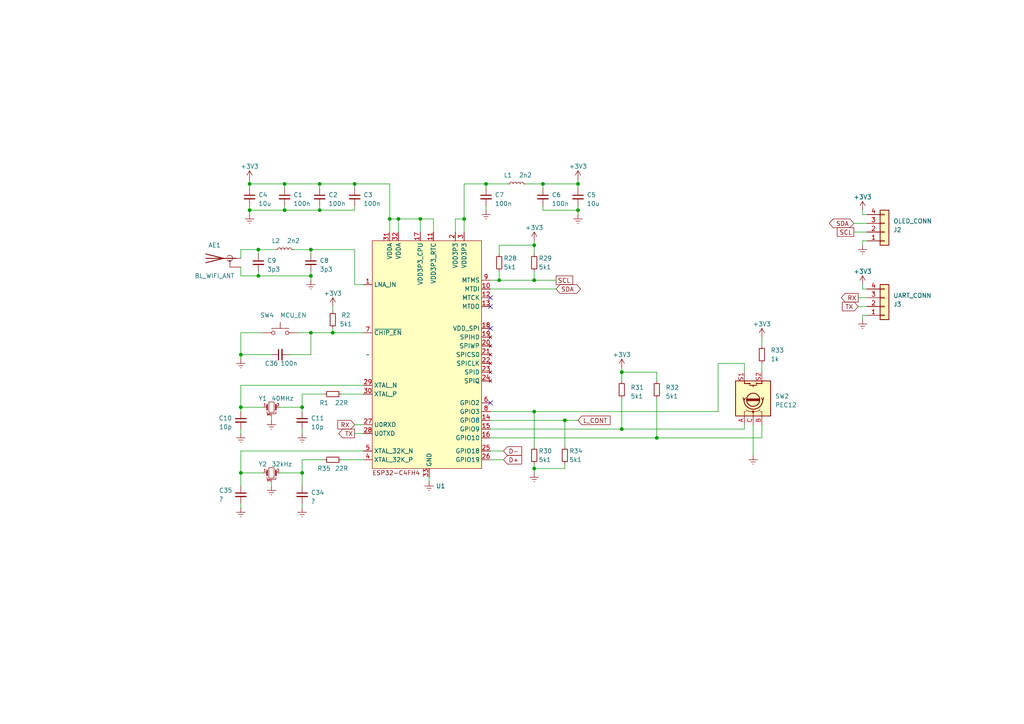
<source format=kicad_sch>
(kicad_sch (version 20230121) (generator eeschema)
  (paper "A4")
  (title_block (title "Aitken - MCU") (date "2023-10-29") (rev "0.1") (company "b1u3-22"))
  (lib_symbols
    (symbol "Connector_Generic:Conn_01x04" (pin_names (offset 1.016) hide)
      (property "Reference" "J" (at 0 5.08 0))
      (property "Value" "Conn_01x04" (at 0 -7.62 0))
      (symbol "Conn_01x04_1_1"
        (rectangle (start -1.27 -4.953) (end 0 -5.207) (stroke (width 0.1524)))
        (rectangle (start -1.27 -2.413) (end 0 -2.667) (stroke (width 0.1524)))
        (rectangle (start -1.27 0.127) (end 0 -0.127) (stroke (width 0.1524)))
        (rectangle (start -1.27 2.667) (end 0 2.413) (stroke (width 0.1524)))
        (rectangle (start -1.27 3.81) (end 1.27 -6.35) (stroke (width 0.254)) (fill (type background)))
        (pin passive line (at -5.08 2.54 0) (length 3.81) (name "Pin_1") (number "1"))
        (pin passive line (at -5.08 0 0) (length 3.81) (name "Pin_2") (number "2"))
        (pin passive line (at -5.08 -2.54 0) (length 3.81) (name "Pin_3") (number "3"))
        (pin passive line (at -5.08 -5.08 0) (length 3.81) (name "Pin_4") (number "4"))
      )
    )
    (symbol "Device:Antenna_Shield" (pin_numbers hide) (pin_names (offset 1.016) hide)
      (property "Reference" "AE" (at -1.905 4.445 0))
      (property "Value" "Antenna_Shield" (at -1.905 2.54 0))
      (symbol "Antenna_Shield_0_1"
        (arc (start -0.508 -1.143) (mid -0.8429 -2.1194) (end 0 -2.667))
        (arc (start 0 -2.667) (mid 0.7989 -2.1052) (end 0.508 -1.143))
        (polyline (pts (xy 0 -2.54) (xy 0 0)))
        (polyline (pts (xy 0 5.08) (xy 0 -3.81)) (stroke (width 0.254)))
        (polyline (pts (xy 0.762 -1.905) (xy 2.54 -1.905)))
        (polyline (pts (xy 2.54 -2.54) (xy 2.54 -1.905)))
        (polyline (pts (xy 1.27 5.08) (xy 0 0) (xy -1.27 5.08)) (stroke (width 0.254)))
        (circle (center 0.762 -1.905) (radius 0.1778) (fill (type outline)))
      )
      (symbol "Antenna_Shield_1_1"
        (pin input line (at 0 -5.08 90) (length 2.54) (name "A") (number "1"))
        (pin input line (at 2.54 -5.08 90) (length 2.54) (name "Shield") (number "2"))
      )
    )
    (symbol "Device:C_Small" (pin_numbers hide) (pin_names (offset 0.254) hide)
      (property "Reference" "C" (at 0.254 1.778 0))
      (property "Value" "C_Small" (at 0.254 -2.032 0))
      (symbol "C_Small_0_1"
        (polyline (pts (xy -1.524 -0.508) (xy 1.524 -0.508)) (stroke (width 0.3302)))
        (polyline (pts (xy -1.524 0.508) (xy 1.524 0.508)) (stroke (width 0.3048)))
      )
      (symbol "C_Small_1_1"
        (pin passive line (at 0 2.54 270) (length 2.032) (name "~") (number "1"))
        (pin passive line (at 0 -2.54 90) (length 2.032) (name "~") (number "2"))
      )
    )
    (symbol "Device:Crystal_GND3_Small" (pin_names (offset 1.016) hide)
      (property "Reference" "Y" (at 0 5.08 0))
      (property "Value" "Crystal_GND3_Small" (at 0 3.175 0))
      (symbol "Crystal_GND3_Small_0_1"
        (rectangle (start -0.762 -1.524) (end 0.762 1.524))
        (polyline (pts (xy -1.27 -0.762) (xy -1.27 0.762)) (stroke (width 0.381)))
        (polyline (pts (xy 1.27 -0.762) (xy 1.27 0.762)) (stroke (width 0.381)))
        (polyline (pts (xy -1.27 -1.27) (xy -1.27 -1.905) (xy 1.27 -1.905) (xy 1.27 -1.27)))
      )
      (symbol "Crystal_GND3_Small_1_1"
        (pin passive line (at -2.54 0 0) (length 1.27) (name "1") (number "1"))
        (pin passive line (at 2.54 0 180) (length 1.27) (name "2") (number "2"))
        (pin passive line (at 0 -2.54 90) (length 0.635) (name "3") (number "3"))
      )
    )
    (symbol "Device:L_Small" (pin_numbers hide) (pin_names (offset 0.254) hide)
      (property "Reference" "L" (at 0.762 1.016 0))
      (property "Value" "L_Small" (at 0.762 -1.016 0))
      (symbol "L_Small_0_1"
        (arc (start 0 -2.032) (mid 0.5058 -1.524) (end 0 -1.016))
        (arc (start 0 -1.016) (mid 0.5058 -0.508) (end 0 0))
        (arc (start 0 0) (mid 0.5058 0.508) (end 0 1.016))
        (arc (start 0 1.016) (mid 0.5058 1.524) (end 0 2.032))
      )
      (symbol "L_Small_1_1"
        (pin passive line (at 0 2.54 270) (length 0.508) (name "~") (number "1"))
        (pin passive line (at 0 -2.54 90) (length 0.508) (name "~") (number "2"))
      )
    )
    (symbol "Device:R_Small" (pin_numbers hide) (pin_names (offset 0.254) hide)
      (property "Reference" "R" (at 0.762 0.508 0))
      (property "Value" "R_Small" (at 0.762 -1.016 0))
      (symbol "R_Small_0_1"
        (rectangle (start -0.762 1.778) (end 0.762 -1.778) (stroke (width 0.2032)))
      )
      (symbol "R_Small_1_1"
        (pin passive line (at 0 2.54 270) (length 0.762) (name "~") (number "1"))
        (pin passive line (at 0 -2.54 90) (length 0.762) (name "~") (number "2"))
      )
    )
    (symbol "Device:RotaryEncoder_Switch" (pin_names (offset 0.254) hide)
      (property "Reference" "SW" (at 0 6.604 0))
      (property "Value" "RotaryEncoder_Switch" (at 0 -6.604 0))
      (symbol "RotaryEncoder_Switch_0_1"
        (rectangle (start -5.08 5.08) (end 5.08 -5.08) (stroke (width 0.254)) (fill (type background)))
        (circle (center -3.81 0) (radius 0.254) (fill (type outline)))
        (circle (center -0.381 0) (radius 1.905) (stroke (width 0.254)))
        (arc (start -0.381 2.667) (mid -3.0988 -0.0635) (end -0.381 -2.794) (stroke (width 0.254)))
        (polyline (pts (xy -0.635 -1.778) (xy -0.635 1.778)) (stroke (width 0.254)))
        (polyline (pts (xy -0.381 -1.778) (xy -0.381 1.778)) (stroke (width 0.254)))
        (polyline (pts (xy -0.127 1.778) (xy -0.127 -1.778)) (stroke (width 0.254)))
        (polyline (pts (xy 3.81 0) (xy 3.429 0)) (stroke (width 0.254)))
        (polyline (pts (xy 3.81 1.016) (xy 3.81 -1.016)) (stroke (width 0.254)))
        (polyline (pts (xy -5.08 -2.54) (xy -3.81 -2.54) (xy -3.81 -2.032)))
        (polyline (pts (xy -5.08 2.54) (xy -3.81 2.54) (xy -3.81 2.032)))
        (polyline (pts (xy 0.254 -3.048) (xy -0.508 -2.794) (xy 0.127 -2.413)) (stroke (width 0.254)))
        (polyline (pts (xy 0.254 2.921) (xy -0.508 2.667) (xy 0.127 2.286)) (stroke (width 0.254)))
        (polyline (pts (xy 5.08 -2.54) (xy 4.318 -2.54) (xy 4.318 -1.016)) (stroke (width 0.254)))
        (polyline (pts (xy 5.08 2.54) (xy 4.318 2.54) (xy 4.318 1.016)) (stroke (width 0.254)))
        (polyline (pts (xy -5.08 0) (xy -3.81 0) (xy -3.81 -1.016) (xy -3.302 -2.032)))
        (polyline (pts (xy -4.318 0) (xy -3.81 0) (xy -3.81 1.016) (xy -3.302 2.032)))
        (circle (center 4.318 -1.016) (radius 0.127) (stroke (width 0.254)))
        (circle (center 4.318 1.016) (radius 0.127) (stroke (width 0.254)))
      )
      (symbol "RotaryEncoder_Switch_1_1"
        (pin passive line (at -7.62 2.54 0) (length 2.54) (name "A") (number "A"))
        (pin passive line (at -7.62 -2.54 0) (length 2.54) (name "B") (number "B"))
        (pin passive line (at -7.62 0 0) (length 2.54) (name "C") (number "C"))
        (pin passive line (at 7.62 2.54 180) (length 2.54) (name "S1") (number "S1"))
        (pin passive line (at 7.62 -2.54 180) (length 2.54) (name "S2") (number "S2"))
      )
    )
    (symbol "MCU_ESP:ESP32-C3FH4"
      (property "Reference" "U" (at 30.48 -27.94 0))
      (symbol "ESP32-C3FH4_1_1"
        (rectangle (start -1.27 39.37) (end 30.48 -26.67) (fill (type background)))
        (text "ESP32-C4FH4" (at -1.27 -27.94 0) (effects (font (size 1.27 1.27)) (justify left)))
        (pin passive line (at -3.81 26.67 0) (length 2.54) (name "LNA_IN") (number "1"))
        (pin bidirectional line (at 33.02 25.4 180) (length 2.54) (name "MTDI") (number "10"))
        (pin power_in line (at 16.51 41.91 270) (length 2.54) (name "VDD3P3_RTC") (number "11"))
        (pin bidirectional line (at 33.02 22.86 180) (length 2.54) (name "MTCK") (number "12"))
        (pin bidirectional line (at 33.02 20.32 180) (length 2.54) (name "MTDO") (number "13"))
        (pin bidirectional line (at 33.02 -12.7 180) (length 2.54) (name "GPIO8") (number "14"))
        (pin bidirectional line (at 33.02 -15.24 180) (length 2.54) (name "GPIO9") (number "15"))
        (pin bidirectional line (at 33.02 -17.78 180) (length 2.54) (name "GPIO10") (number "16"))
        (pin power_in line (at 12.7 41.91 270) (length 2.54) (name "VDD3P3_CPU") (number "17"))
        (pin input line (at 33.02 13.97 180) (length 2.54) (name "VDD_SPI") (number "18"))
        (pin no_connect line (at 33.02 11.43 180) (length 2.54) (name "SPIHD") (number "19"))
        (pin power_in line (at 22.86 41.91 270) (length 2.54) (name "VDD3P3") (number "2"))
        (pin no_connect line (at 33.02 8.89 180) (length 2.54) (name "SPIWP") (number "20"))
        (pin no_connect line (at 33.02 6.35 180) (length 2.54) (name "SPICS0") (number "21"))
        (pin no_connect line (at 33.02 3.81 180) (length 2.54) (name "SPICLK") (number "22"))
        (pin no_connect line (at 33.02 1.27 180) (length 2.54) (name "SPID") (number "23"))
        (pin no_connect line (at 33.02 -1.27 180) (length 2.54) (name "SPIQ") (number "24"))
        (pin bidirectional line (at 33.02 -21.59 180) (length 2.54) (name "GPIO18") (number "25"))
        (pin bidirectional line (at 33.02 -24.13 180) (length 2.54) (name "GPIO19") (number "26"))
        (pin bidirectional line (at -3.81 -13.97 0) (length 2.54) (name "U0RXD") (number "27"))
        (pin bidirectional line (at -3.81 -16.51 0) (length 2.54) (name "U0TXD") (number "28"))
        (pin passive line (at -3.81 -2.54 0) (length 2.54) (name "XTAL_N") (number "29"))
        (pin power_in line (at 25.4 41.91 270) (length 2.54) (name "VDD3P3") (number "3"))
        (pin passive line (at -3.81 -5.08 0) (length 2.54) (name "XTAL_P") (number "30"))
        (pin power_in line (at 3.81 41.91 270) (length 2.54) (name "VDDA") (number "31"))
        (pin power_in line (at 6.35 41.91 270) (length 2.54) (name "VDDA") (number "32"))
        (pin passive line (at 15.24 -29.21 90) (length 2.54) (name "GND") (number "33"))
        (pin input line (at -3.81 -24.13 0) (length 2.54) (name "XTAL_32K_P") (number "4"))
        (pin input line (at -3.81 -21.59 0) (length 2.54) (name "XTAL_32K_N") (number "5"))
        (pin bidirectional line (at 33.02 -7.62 180) (length 2.54) (name "GPIO2") (number "6"))
        (pin input line (at -3.81 12.7 0) (length 2.54) (name "~{CHIP_EN}") (number "7"))
        (pin bidirectional line (at 33.02 -10.16 180) (length 2.54) (name "GPIO3") (number "8"))
        (pin bidirectional line (at 33.02 27.94 180) (length 2.54) (name "MTMS") (number "9"))
      )
    )
    (symbol "Switch:SW_Push" (pin_numbers hide) (pin_names (offset 1.016) hide)
      (property "Reference" "SW" (at 1.27 2.54 0))
      (property "Value" "SW_Push" (at 0 -1.524 0))
      (symbol "SW_Push_0_1"
        (circle (center -2.032 0) (radius 0.508))
        (polyline (pts (xy 0 1.27) (xy 0 3.048)))
        (polyline (pts (xy 2.54 1.27) (xy -2.54 1.27)))
        (circle (center 2.032 0) (radius 0.508))
        (pin passive line (at -5.08 0 0) (length 2.54) (name "1") (number "1"))
        (pin passive line (at 5.08 0 180) (length 2.54) (name "2") (number "2"))
      )
    )
    (symbol "power:+3V3" (power) (pin_names (offset 0))
      (property "Value" "+3V3" (at 0 3.556 0))
      (symbol "+3V3_0_1"
        (polyline (pts (xy -0.762 1.27) (xy 0 2.54)))
        (polyline (pts (xy 0 0) (xy 0 2.54)))
        (polyline (pts (xy 0 2.54) (xy 0.762 1.27)))
      )
      (symbol "+3V3_1_1"
        (pin power_in line (at 0 0 90) (length 0) hide (name "+3V3") (number "1"))
      )
    )
    (symbol "power:Earth" (power) (pin_names (offset 0))
      (symbol "Earth_0_1"
        (polyline (pts (xy -0.635 -1.905) (xy 0.635 -1.905)))
        (polyline (pts (xy -0.127 -2.54) (xy 0.127 -2.54)))
        (polyline (pts (xy 0 -1.27) (xy 0 0)))
        (polyline (pts (xy 1.27 -1.27) (xy -1.27 -1.27)))
      )
      (symbol "Earth_1_1"
        (pin power_in line (at 0 0 270) (length 0) hide (name "Earth") (number "1"))
      )
    )
  )
  (junction (at 82.55 60.96))
  (junction (at 144.78 81.28))
  (junction (at 163.83 121.92))
  (junction (at 180.34 124.46))
  (junction (at 69.85 102.87))
  (junction (at 157.48 53.34))
  (junction (at 74.93 72.39))
  (junction (at 92.71 53.34))
  (junction (at 96.52 96.52))
  (junction (at 90.17 80.01))
  (junction (at 115.57 63.5))
  (junction (at 154.94 135.89))
  (junction (at 87.63 118.11))
  (junction (at 121.92 63.5))
  (junction (at 154.94 71.12))
  (junction (at 180.34 107.95))
  (junction (at 72.39 60.96))
  (junction (at 167.64 53.34))
  (junction (at 69.85 118.11))
  (junction (at 90.17 72.39))
  (junction (at 140.97 53.34))
  (junction (at 74.93 80.01))
  (junction (at 69.85 137.16))
  (junction (at 190.5 127))
  (junction (at 167.64 60.96))
  (junction (at 82.55 53.34))
  (junction (at 72.39 53.34))
  (junction (at 90.17 96.52))
  (junction (at 102.87 53.34))
  (junction (at 113.03 63.5))
  (junction (at 87.63 137.16))
  (junction (at 154.94 81.28))
  (junction (at 134.62 63.5))
  (junction (at 92.71 60.96))
  (junction (at 154.94 119.38))
  (no_connect (at 142.24 95.25))
  (no_connect (at 142.24 88.9))
  (no_connect (at 142.24 116.84))
  (no_connect (at 142.24 86.36))
  (wire (pts (xy 134.62 53.34) (xy 134.62 63.5)))
  (wire (pts (xy 82.55 60.96) (xy 92.71 60.96)))
  (wire (pts (xy 190.5 107.95) (xy 190.5 110.49)))
  (wire (pts (xy 96.52 95.25) (xy 96.52 96.52)))
  (wire (pts (xy 154.94 135.89) (xy 154.94 137.16)))
  (wire (pts (xy 81.28 118.11) (xy 87.63 118.11)))
  (wire (pts (xy 180.34 107.95) (xy 180.34 110.49)))
  (wire (pts (xy 69.85 118.11) (xy 69.85 119.38)))
  (wire (pts (xy 142.24 127) (xy 190.5 127)))
  (wire (pts (xy 80.01 72.39) (xy 74.93 72.39)))
  (wire (pts (xy 87.63 118.11) (xy 87.63 114.3)))
  (wire (pts (xy 250.19 91.44) (xy 251.46 91.44)))
  (wire (pts (xy 102.87 82.55) (xy 105.41 82.55)))
  (wire (pts (xy 115.57 63.5) (xy 121.92 63.5)))
  (wire (pts (xy 69.85 102.87) (xy 78.74 102.87)))
  (wire (pts (xy 87.63 146.05) (xy 87.63 147.32)))
  (wire (pts (xy 87.63 118.11) (xy 87.63 119.38)))
  (wire (pts (xy 251.46 83.82) (xy 250.19 83.82)))
  (wire (pts (xy 102.87 53.34) (xy 113.03 53.34)))
  (wire (pts (xy 69.85 96.52) (xy 69.85 102.87)))
  (wire (pts (xy 87.63 137.16) (xy 81.28 137.16)))
  (wire (pts (xy 180.34 107.95) (xy 190.5 107.95)))
  (wire (pts (xy 113.03 63.5) (xy 115.57 63.5)))
  (wire (pts (xy 113.03 63.5) (xy 113.03 67.31)))
  (wire (pts (xy 102.87 123.19) (xy 105.41 123.19)))
  (wire (pts (xy 140.97 60.96) (xy 140.97 59.69)))
  (wire (pts (xy 142.24 119.38) (xy 154.94 119.38)))
  (wire (pts (xy 74.93 80.01) (xy 90.17 80.01)))
  (wire (pts (xy 90.17 96.52) (xy 96.52 96.52)))
  (wire (pts (xy 142.24 83.82) (xy 161.29 83.82)))
  (wire (pts (xy 90.17 80.01) (xy 90.17 81.28)))
  (wire (pts (xy 121.92 63.5) (xy 125.73 63.5)))
  (wire (pts (xy 72.39 53.34) (xy 82.55 53.34)))
  (wire (pts (xy 157.48 53.34) (xy 157.48 54.61)))
  (wire (pts (xy 167.64 53.34) (xy 167.64 54.61)))
  (wire (pts (xy 154.94 134.62) (xy 154.94 135.89)))
  (wire (pts (xy 154.94 69.85) (xy 154.94 71.12)))
  (wire (pts (xy 247.65 64.77) (xy 251.46 64.77)))
  (wire (pts (xy 142.24 121.92) (xy 163.83 121.92)))
  (wire (pts (xy 132.08 63.5) (xy 132.08 67.31)))
  (wire (pts (xy 92.71 59.69) (xy 92.71 60.96)))
  (wire (pts (xy 78.74 120.65) (xy 78.74 121.92)))
  (wire (pts (xy 220.98 97.79) (xy 220.98 100.33)))
  (wire (pts (xy 208.28 105.41) (xy 208.28 119.38)))
  (wire (pts (xy 87.63 133.35) (xy 87.63 137.16)))
  (wire (pts (xy 121.92 63.5) (xy 121.92 67.31)))
  (wire (pts (xy 99.06 114.3) (xy 105.41 114.3)))
  (wire (pts (xy 140.97 53.34) (xy 134.62 53.34)))
  (wire (pts (xy 69.85 77.47) (xy 69.85 80.01)))
  (wire (pts (xy 92.71 53.34) (xy 102.87 53.34)))
  (wire (pts (xy 163.83 135.89) (xy 163.83 134.62)))
  (wire (pts (xy 125.73 63.5) (xy 125.73 67.31)))
  (wire (pts (xy 90.17 72.39) (xy 102.87 72.39)))
  (wire (pts (xy 72.39 60.96) (xy 72.39 62.23)))
  (wire (pts (xy 247.65 67.31) (xy 251.46 67.31)))
  (wire (pts (xy 208.28 105.41) (xy 215.9 105.41)))
  (wire (pts (xy 74.93 72.39) (xy 74.93 73.66)))
  (wire (pts (xy 163.83 121.92) (xy 167.64 121.92)))
  (wire (pts (xy 250.19 62.23) (xy 250.19 60.96)))
  (wire (pts (xy 102.87 53.34) (xy 102.87 54.61)))
  (wire (pts (xy 142.24 81.28) (xy 144.78 81.28)))
  (wire (pts (xy 140.97 54.61) (xy 140.97 53.34)))
  (wire (pts (xy 190.5 115.57) (xy 190.5 127)))
  (wire (pts (xy 248.92 88.9) (xy 251.46 88.9)))
  (wire (pts (xy 250.19 69.85) (xy 251.46 69.85)))
  (wire (pts (xy 220.98 127) (xy 220.98 123.19)))
  (wire (pts (xy 82.55 53.34) (xy 92.71 53.34)))
  (wire (pts (xy 96.52 88.9) (xy 96.52 90.17)))
  (wire (pts (xy 69.85 72.39) (xy 69.85 74.93)))
  (wire (pts (xy 78.74 139.7) (xy 78.74 140.97)))
  (wire (pts (xy 90.17 102.87) (xy 90.17 96.52)))
  (wire (pts (xy 251.46 62.23) (xy 250.19 62.23)))
  (wire (pts (xy 113.03 53.34) (xy 113.03 63.5)))
  (wire (pts (xy 250.19 83.82) (xy 250.19 82.55)))
  (wire (pts (xy 250.19 92.71) (xy 250.19 91.44)))
  (wire (pts (xy 87.63 125.73) (xy 87.63 124.46)))
  (wire (pts (xy 140.97 53.34) (xy 147.32 53.34)))
  (wire (pts (xy 102.87 125.73) (xy 105.41 125.73)))
  (wire (pts (xy 82.55 53.34) (xy 82.55 54.61)))
  (wire (pts (xy 69.85 111.76) (xy 105.41 111.76)))
  (wire (pts (xy 157.48 60.96) (xy 167.64 60.96)))
  (wire (pts (xy 167.64 53.34) (xy 157.48 53.34)))
  (wire (pts (xy 69.85 96.52) (xy 76.2 96.52)))
  (wire (pts (xy 72.39 53.34) (xy 72.39 52.07)))
  (wire (pts (xy 115.57 63.5) (xy 115.57 67.31)))
  (wire (pts (xy 69.85 80.01) (xy 74.93 80.01)))
  (wire (pts (xy 144.78 81.28) (xy 154.94 81.28)))
  (wire (pts (xy 215.9 124.46) (xy 215.9 123.19)))
  (wire (pts (xy 72.39 54.61) (xy 72.39 53.34)))
  (wire (pts (xy 69.85 137.16) (xy 69.85 140.97)))
  (wire (pts (xy 102.87 72.39) (xy 102.87 82.55)))
  (wire (pts (xy 69.85 118.11) (xy 76.2 118.11)))
  (wire (pts (xy 154.94 81.28) (xy 161.29 81.28)))
  (wire (pts (xy 154.94 119.38) (xy 208.28 119.38)))
  (wire (pts (xy 69.85 72.39) (xy 74.93 72.39)))
  (wire (pts (xy 102.87 60.96) (xy 102.87 59.69)))
  (wire (pts (xy 167.64 52.07) (xy 167.64 53.34)))
  (wire (pts (xy 190.5 127) (xy 220.98 127)))
  (wire (pts (xy 105.41 130.81) (xy 69.85 130.81)))
  (wire (pts (xy 69.85 124.46) (xy 69.85 125.73)))
  (wire (pts (xy 69.85 102.87) (xy 69.85 104.14)))
  (wire (pts (xy 180.34 115.57) (xy 180.34 124.46)))
  (wire (pts (xy 90.17 78.74) (xy 90.17 80.01)))
  (wire (pts (xy 154.94 71.12) (xy 144.78 71.12)))
  (wire (pts (xy 74.93 78.74) (xy 74.93 80.01)))
  (wire (pts (xy 92.71 60.96) (xy 102.87 60.96)))
  (wire (pts (xy 96.52 96.52) (xy 105.41 96.52)))
  (wire (pts (xy 142.24 124.46) (xy 180.34 124.46)))
  (wire (pts (xy 72.39 60.96) (xy 82.55 60.96)))
  (wire (pts (xy 69.85 130.81) (xy 69.85 137.16)))
  (wire (pts (xy 180.34 124.46) (xy 215.9 124.46)))
  (wire (pts (xy 87.63 114.3) (xy 93.98 114.3)))
  (wire (pts (xy 146.05 130.81) (xy 142.24 130.81)))
  (wire (pts (xy 82.55 59.69) (xy 82.55 60.96)))
  (wire (pts (xy 124.46 139.7) (xy 124.46 138.43)))
  (wire (pts (xy 86.36 96.52) (xy 90.17 96.52)))
  (wire (pts (xy 134.62 63.5) (xy 134.62 67.31)))
  (wire (pts (xy 250.19 71.12) (xy 250.19 69.85)))
  (wire (pts (xy 248.92 86.36) (xy 251.46 86.36)))
  (wire (pts (xy 163.83 129.54) (xy 163.83 121.92)))
  (wire (pts (xy 144.78 78.74) (xy 144.78 81.28)))
  (wire (pts (xy 146.05 133.35) (xy 142.24 133.35)))
  (wire (pts (xy 180.34 106.68) (xy 180.34 107.95)))
  (wire (pts (xy 90.17 72.39) (xy 90.17 73.66)))
  (wire (pts (xy 215.9 105.41) (xy 215.9 107.95)))
  (wire (pts (xy 154.94 71.12) (xy 154.94 73.66)))
  (wire (pts (xy 157.48 59.69) (xy 157.48 60.96)))
  (wire (pts (xy 220.98 105.41) (xy 220.98 107.95)))
  (wire (pts (xy 144.78 71.12) (xy 144.78 73.66)))
  (wire (pts (xy 92.71 53.34) (xy 92.71 54.61)))
  (wire (pts (xy 87.63 133.35) (xy 93.98 133.35)))
  (wire (pts (xy 154.94 135.89) (xy 163.83 135.89)))
  (wire (pts (xy 83.82 102.87) (xy 90.17 102.87)))
  (wire (pts (xy 134.62 63.5) (xy 132.08 63.5)))
  (wire (pts (xy 218.44 123.19) (xy 218.44 132.08)))
  (wire (pts (xy 69.85 146.05) (xy 69.85 147.32)))
  (wire (pts (xy 85.09 72.39) (xy 90.17 72.39)))
  (wire (pts (xy 72.39 59.69) (xy 72.39 60.96)))
  (wire (pts (xy 69.85 137.16) (xy 76.2 137.16)))
  (wire (pts (xy 167.64 60.96) (xy 167.64 62.23)))
  (wire (pts (xy 99.06 133.35) (xy 105.41 133.35)))
  (wire (pts (xy 154.94 119.38) (xy 154.94 129.54)))
  (wire (pts (xy 154.94 78.74) (xy 154.94 81.28)))
  (wire (pts (xy 167.64 59.69) (xy 167.64 60.96)))
  (wire (pts (xy 69.85 111.76) (xy 69.85 118.11)))
  (wire (pts (xy 152.4 53.34) (xy 157.48 53.34)))
  (wire (pts (xy 87.63 137.16) (xy 87.63 140.97)))
  (global_label "L_CONT" (shape input) (at 167.64 121.92 0) (property "Intersheetrefs" "${INTERSHEET_REFS}" (effects hide)))
  (global_label "SCL" (shape passive) (at 161.29 81.28 0) (property "Intersheetrefs" "${INTERSHEET_REFS}" (effects hide)))
  (global_label "D+" (shape input) (at 146.05 133.35 0) (property "Intersheetrefs" "${INTERSHEET_REFS}" (effects hide)))
  (global_label "RX" (shape input) (at 102.87 123.19 180) (property "Intersheetrefs" "${INTERSHEET_REFS}" (effects hide)))
  (global_label "TX" (shape input) (at 248.92 88.9 180) (property "Intersheetrefs" "${INTERSHEET_REFS}" (effects hide)))
  (global_label "SDA" (shape bidirectional) (at 161.29 83.82 0) (property "Intersheetrefs" "${INTERSHEET_REFS}" (effects hide)))
  (global_label "RX" (shape output) (at 248.92 86.36 180) (property "Intersheetrefs" "${INTERSHEET_REFS}" (effects hide)))
  (global_label "SDA" (shape bidirectional) (at 247.65 64.77 180) (property "Intersheetrefs" "${INTERSHEET_REFS}" (effects hide)))
  (global_label "D-" (shape input) (at 146.05 130.81 0) (property "Intersheetrefs" "${INTERSHEET_REFS}" (effects hide)))
  (global_label "SCL" (shape passive) (at 247.65 67.31 180) (property "Intersheetrefs" "${INTERSHEET_REFS}" (effects hide)))
  (global_label "TX" (shape output) (at 102.87 125.73 180) (property "Intersheetrefs" "${INTERSHEET_REFS}" (effects hide)))
  (symbol (lib_id "Device:R_Small") (at 163.83 132.08 0) (unit 1)
    (property "Reference" "R34" (at 165.1 130.81 0) (effects (justify left)))
    (property "Value" "5k1" (at 165.1 133.35 0) (effects (justify left)))
  )
  (symbol (lib_id "Device:R_Small") (at 154.94 76.2 0) (unit 1)
    (property "Reference" "R29" (at 156.21 74.93 0) (effects (justify left)))
    (property "Value" "5k1" (at 156.21 77.47 0) (effects (justify left)))
  )
  (symbol (lib_id "Device:RotaryEncoder_Switch") (at 218.44 115.57 90) (unit 1)
    (property "Reference" "SW2" (at 224.79 114.935 90) (effects (justify right)))
    (property "Value" "PEC12" (at 224.79 117.475 90) (effects (justify right)))
  )
  (symbol (lib_id "Device:R_Small") (at 96.52 133.35 90) (unit 1)
    (property "Reference" "R35" (at 93.98 135.89 90))
    (property "Value" "22R" (at 99.06 135.89 90))
  )
  (symbol (lib_id "Device:R_Small") (at 96.52 114.3 90) (unit 1)
    (property "Reference" "R1" (at 93.98 116.84 90))
    (property "Value" "22R" (at 99.06 116.84 90))
  )
  (symbol (lib_id "Device:C_Small") (at 92.71 57.15 0) (unit 1)
    (property "Reference" "C2" (at 95.25 56.5213 0) (effects (justify left)))
    (property "Value" "100n" (at 95.25 59.0613 0) (effects (justify left)))
  )
  (symbol (lib_id "Device:C_Small") (at 87.63 121.92 0) (unit 1)
    (property "Reference" "C11" (at 90.17 121.2913 0) (effects (justify left)))
    (property "Value" "10p" (at 90.17 123.8313 0) (effects (justify left)))
  )
  (symbol (lib_id "Device:R_Small") (at 154.94 132.08 0) (unit 1)
    (property "Reference" "R30" (at 156.21 130.81 0) (effects (justify left)))
    (property "Value" "5k1" (at 156.21 133.35 0) (effects (justify left)))
  )
  (symbol (lib_id "power:+3V3") (at 167.64 52.07 0) (unit 1)
    (property "Reference" "#PWR04" (effects hide))
    (property "Value" "+3V3" (at 167.64 48.26 0))
  )
  (symbol (lib_id "power:+3V3") (at 250.19 60.96 0) (unit 1)
    (property "Reference" "#PWR062" (effects hide))
    (property "Value" "+3V3" (at 250.19 57.15 0))
  )
  (symbol (lib_id "Device:C_Small") (at 102.87 57.15 0) (unit 1)
    (property "Reference" "C3" (at 105.41 56.5213 0) (effects (justify left)))
    (property "Value" "100n" (at 105.41 59.0613 0) (effects (justify left)))
  )
  (symbol (lib_id "Device:Crystal_GND3_Small") (at 78.74 137.16 0) (unit 1)
    (property "Reference" "Y2" (at 74.93 134.62 0) (effects (justify left)))
    (property "Value" "32kHz" (at 78.74 134.62 0) (effects (justify left)))
  )
  (symbol (lib_id "power:Earth") (at 124.46 139.7 0) (unit 1)
    (property "Reference" "#PWR01" (effects hide))
    (property "Value" "Earth" (effects hide))
  )
  (symbol (lib_id "power:+3V3") (at 154.94 69.85 0) (unit 1)
    (property "Reference" "#PWR057" (effects hide))
    (property "Value" "+3V3" (at 154.94 66.04 0))
  )
  (symbol (lib_id "power:Earth") (at 250.19 71.12 0) (unit 1)
    (property "Reference" "#PWR061" (effects hide))
    (property "Value" "Earth" (effects hide))
  )
  (symbol (lib_id "power:Earth") (at 72.39 62.23 0) (unit 1)
    (property "Reference" "#PWR03" (effects hide))
    (property "Value" "Earth" (effects hide))
  )
  (symbol (lib_id "Device:C_Small") (at 82.55 57.15 0) (unit 1)
    (property "Reference" "C1" (at 85.09 56.5213 0) (effects (justify left)))
    (property "Value" "100n" (at 85.09 59.0613 0) (effects (justify left)))
  )
  (symbol (lib_id "power:Earth") (at 69.85 104.14 0) (unit 1)
    (property "Reference" "#PWR09" (effects hide))
    (property "Value" "Earth" (effects hide))
  )
  (symbol (lib_id "Device:C_Small") (at 87.63 143.51 0) (unit 1)
    (property "Reference" "C34" (at 90.17 142.8813 0) (effects (justify left)))
    (property "Value" "?" (at 90.17 145.4213 0) (effects (justify left)))
  )
  (symbol (lib_id "Device:C_Small") (at 74.93 76.2 0) (unit 1)
    (property "Reference" "C9" (at 77.47 75.5713 0) (effects (justify left)))
    (property "Value" "3p3" (at 77.47 78.1113 0) (effects (justify left)))
  )
  (symbol (lib_id "Device:Antenna_Shield") (at 64.77 74.93 90) (mirror x) (unit 1)
    (property "Reference" "AE1" (at 62.23 71.12 90))
    (property "Value" "BL_WIFI_ANT" (at 62.23 80.01 90))
  )
  (symbol (lib_id "power:+3V3") (at 250.19 82.55 0) (unit 1)
    (property "Reference" "#PWR064" (effects hide))
    (property "Value" "+3V3" (at 250.19 78.74 0))
  )
  (symbol (lib_id "power:+3V3") (at 180.34 106.68 0) (unit 1)
    (property "Reference" "#PWR059" (effects hide))
    (property "Value" "+3V3" (at 180.34 102.87 0))
  )
  (symbol (lib_id "Device:R_Small") (at 180.34 113.03 0) (unit 1)
    (property "Reference" "R31" (at 182.88 112.395 0) (effects (justify left)))
    (property "Value" "5k1" (at 182.88 114.935 0) (effects (justify left)))
  )
  (symbol (lib_id "power:Earth") (at 69.85 147.32 0) (unit 1)
    (property "Reference" "#PWR066" (effects hide))
    (property "Value" "Earth" (effects hide))
  )
  (symbol (lib_id "power:Earth") (at 167.64 62.23 0) (unit 1)
    (property "Reference" "#PWR05" (effects hide))
    (property "Value" "Earth" (effects hide))
  )
  (symbol (lib_id "Device:C_Small") (at 72.39 57.15 0) (unit 1)
    (property "Reference" "C4" (at 74.93 56.5213 0) (effects (justify left)))
    (property "Value" "10u" (at 74.93 59.0613 0) (effects (justify left)))
  )
  (symbol (lib_id "Device:C_Small") (at 81.28 102.87 90) (unit 1)
    (property "Reference" "C36" (at 78.74 105.41 90))
    (property "Value" "100n" (at 83.82 105.41 90))
  )
  (symbol (lib_id "Device:C_Small") (at 140.97 57.15 0) (unit 1)
    (property "Reference" "C7" (at 143.51 56.5213 0) (effects (justify left)))
    (property "Value" "100n" (at 143.51 59.0613 0) (effects (justify left)))
  )
  (symbol (lib_id "Device:C_Small") (at 90.17 76.2 0) (unit 1)
    (property "Reference" "C8" (at 92.71 75.5713 0) (effects (justify left)))
    (property "Value" "3p3" (at 92.71 78.1113 0) (effects (justify left)))
  )
  (symbol (lib_id "Device:Crystal_GND3_Small") (at 78.74 118.11 0) (unit 1)
    (property "Reference" "Y1" (at 74.93 115.57 0) (effects (justify left)))
    (property "Value" "40MHz" (at 78.74 115.57 0) (effects (justify left)))
  )
  (symbol (lib_id "Connector_Generic:Conn_01x04") (at 256.54 67.31 0) (mirror x) (unit 1)
    (property "Reference" "J2" (at 259.08 66.675 0) (effects (justify left)))
    (property "Value" "OLED_CONN" (at 259.08 64.135 0) (effects (justify left)))
  )
  (symbol (lib_id "power:Earth") (at 218.44 132.08 0) (unit 1)
    (property "Reference" "#PWR056" (effects hide))
    (property "Value" "Earth" (effects hide))
  )
  (symbol (lib_id "Device:R_Small") (at 96.52 92.71 180) (unit 1)
    (property "Reference" "R2" (at 100.33 91.44 0))
    (property "Value" "5k1" (at 100.33 93.98 0))
  )
  (symbol (lib_id "Device:L_Small") (at 82.55 72.39 90) (unit 1)
    (property "Reference" "L2" (at 80.01 69.85 90))
    (property "Value" "2n2" (at 85.09 69.85 90))
  )
  (symbol (lib_id "Device:C_Small") (at 69.85 143.51 0) (unit 1)
    (property "Reference" "C35" (at 63.5 142.24 0) (effects (justify left)))
    (property "Value" "?" (at 63.5 144.78 0) (effects (justify left)))
  )
  (symbol (lib_id "power:Earth") (at 78.74 121.92 0) (unit 1)
    (property "Reference" "#PWR069" (effects hide))
    (property "Value" "Earth" (effects hide))
  )
  (symbol (lib_id "Device:C_Small") (at 167.64 57.15 0) (unit 1)
    (property "Reference" "C5" (at 170.18 56.5213 0) (effects (justify left)))
    (property "Value" "10u" (at 170.18 59.0613 0) (effects (justify left)))
  )
  (symbol (lib_id "power:Earth") (at 140.97 60.96 0) (unit 1)
    (property "Reference" "#PWR06" (effects hide))
    (property "Value" "Earth" (effects hide))
  )
  (symbol (lib_id "Device:R_Small") (at 220.98 102.87 0) (unit 1)
    (property "Reference" "R33" (at 223.52 101.6 0) (effects (justify left)))
    (property "Value" "1k" (at 223.52 104.14 0) (effects (justify left)))
  )
  (symbol (lib_id "power:Earth") (at 90.17 81.28 0) (unit 1)
    (property "Reference" "#PWR07" (effects hide))
    (property "Value" "Earth" (effects hide))
  )
  (symbol (lib_id "power:+3V3") (at 96.52 88.9 0) (unit 1)
    (property "Reference" "#PWR070" (effects hide))
    (property "Value" "+3V3" (at 96.52 85.09 0))
  )
  (symbol (lib_id "power:Earth") (at 87.63 147.32 0) (unit 1)
    (property "Reference" "#PWR067" (effects hide))
    (property "Value" "Earth" (effects hide))
  )
  (symbol (lib_id "power:+3V3") (at 220.98 97.79 0) (unit 1)
    (property "Reference" "#PWR060" (effects hide))
    (property "Value" "+3V3" (at 220.98 93.98 0))
  )
  (symbol (lib_id "MCU_ESP:ESP32-C3FH4") (at 109.22 109.22 0) (unit 1)
    (property "Reference" "U1" (at 126.4159 140.97 0) (effects (justify left)))
    (property "Value" "~" (at 106.68 102.87 0))
    (property "Footprint" "Package_DFN_QFN:QFN-32-1EP_5x5mm_P0.5mm_EP3.7x3.7mm" (effects hide))
    (property "Datasheet" "https://www.espressif.com/sites/default/files/documentation/esp32-c3_datasheet_en.pdf" (effects hide))
  )
  (symbol (lib_id "Connector_Generic:Conn_01x04") (at 256.54 88.9 0) (mirror x) (unit 1)
    (property "Reference" "J3" (at 259.08 88.265 0) (effects (justify left)))
    (property "Value" "UART_CONN" (at 259.08 85.725 0) (effects (justify left)))
  )
  (symbol (lib_id "Device:C_Small") (at 69.85 121.92 0) (mirror y) (unit 1)
    (property "Reference" "C10" (at 67.31 121.2913 0) (effects (justify left)))
    (property "Value" "10p" (at 67.31 123.8313 0) (effects (justify left)))
  )
  (symbol (lib_id "power:Earth") (at 78.74 140.97 0) (unit 1)
    (property "Reference" "#PWR065" (effects hide))
    (property "Value" "Earth" (effects hide))
  )
  (symbol (lib_id "Device:L_Small") (at 149.86 53.34 90) (unit 1)
    (property "Reference" "L1" (at 147.32 50.8 90))
    (property "Value" "2n2" (at 152.4 50.8 90))
  )
  (symbol (lib_id "Device:R_Small") (at 144.78 76.2 0) (unit 1)
    (property "Reference" "R28" (at 146.05 74.93 0) (effects (justify left)))
    (property "Value" "5k1" (at 146.05 77.47 0) (effects (justify left)))
  )
  (symbol (lib_id "power:Earth") (at 154.94 137.16 0) (unit 1)
    (property "Reference" "#PWR058" (effects hide))
    (property "Value" "Earth" (effects hide))
  )
  (symbol (lib_id "Device:C_Small") (at 157.48 57.15 0) (unit 1)
    (property "Reference" "C6" (at 160.02 56.5213 0) (effects (justify left)))
    (property "Value" "100n" (at 160.02 59.0613 0) (effects (justify left)))
  )
  (symbol (lib_id "Switch:SW_Push") (at 81.28 96.52 0) (unit 1)
    (property "Reference" "SW4" (at 77.47 91.44 0))
    (property "Value" "MCU_EN" (at 85.09 91.44 0))
  )
  (symbol (lib_id "power:Earth") (at 250.19 92.71 0) (unit 1)
    (property "Reference" "#PWR063" (effects hide))
    (property "Value" "Earth" (effects hide))
  )
  (symbol (lib_id "power:Earth") (at 87.63 125.73 0) (unit 1)
    (property "Reference" "#PWR068" (effects hide))
    (property "Value" "Earth" (effects hide))
  )
  (symbol (lib_id "power:Earth") (at 69.85 125.73 0) (unit 1)
    (property "Reference" "#PWR08" (effects hide))
    (property "Value" "Earth" (effects hide))
  )
  (symbol (lib_id "power:+3V3") (at 72.39 52.07 0) (unit 1)
    (property "Reference" "#PWR02" (effects hide))
    (property "Value" "+3V3" (at 72.39 48.26 0))
  )
  (symbol (lib_id "Device:R_Small") (at 190.5 113.03 0) (unit 1)
    (property "Reference" "R32" (at 193.04 112.395 0) (effects (justify left)))
    (property "Value" "5k1" (at 193.04 114.935 0) (effects (justify left)))
  )
)
</source>
